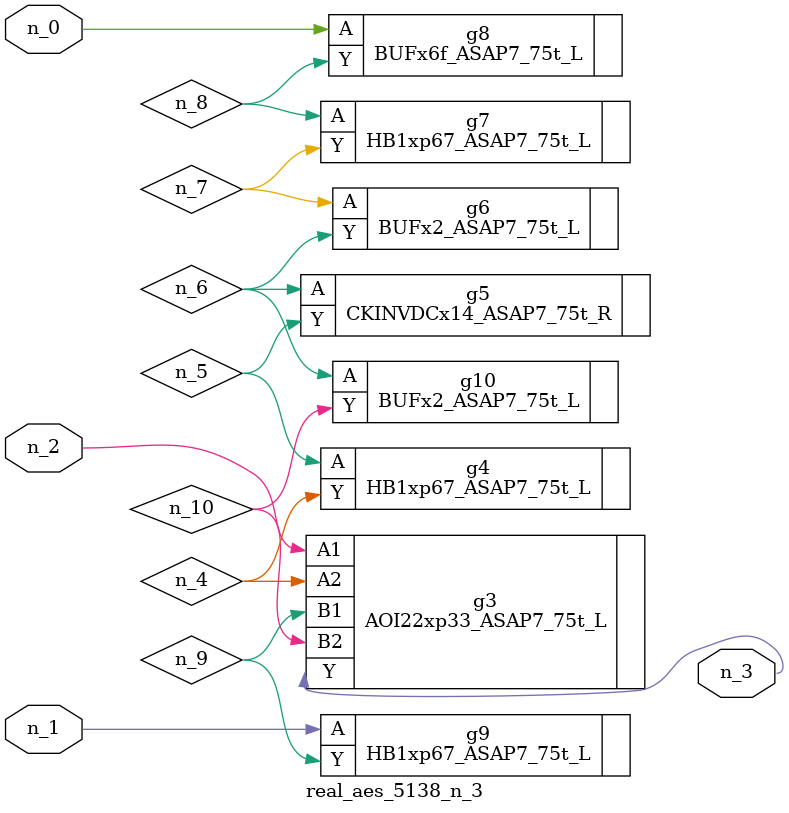
<source format=v>
module real_aes_5138_n_3 (n_0, n_2, n_1, n_3);
input n_0;
input n_2;
input n_1;
output n_3;
wire n_4;
wire n_5;
wire n_7;
wire n_9;
wire n_6;
wire n_8;
wire n_10;
BUFx6f_ASAP7_75t_L g8 ( .A(n_0), .Y(n_8) );
HB1xp67_ASAP7_75t_L g9 ( .A(n_1), .Y(n_9) );
AOI22xp33_ASAP7_75t_L g3 ( .A1(n_2), .A2(n_4), .B1(n_9), .B2(n_10), .Y(n_3) );
HB1xp67_ASAP7_75t_L g4 ( .A(n_5), .Y(n_4) );
CKINVDCx14_ASAP7_75t_R g5 ( .A(n_6), .Y(n_5) );
BUFx2_ASAP7_75t_L g10 ( .A(n_6), .Y(n_10) );
BUFx2_ASAP7_75t_L g6 ( .A(n_7), .Y(n_6) );
HB1xp67_ASAP7_75t_L g7 ( .A(n_8), .Y(n_7) );
endmodule
</source>
